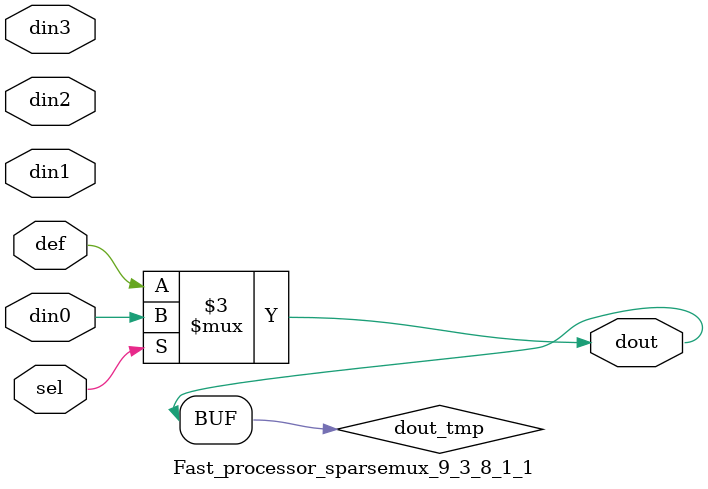
<source format=v>
`timescale 1ns / 1ps

module Fast_processor_sparsemux_9_3_8_1_1 (din0,din1,din2,din3,def,sel,dout);

parameter din0_WIDTH = 1;

parameter din1_WIDTH = 1;

parameter din2_WIDTH = 1;

parameter din3_WIDTH = 1;

parameter def_WIDTH = 1;
parameter sel_WIDTH = 1;
parameter dout_WIDTH = 1;

parameter [sel_WIDTH-1:0] CASE0 = 1;

parameter [sel_WIDTH-1:0] CASE1 = 1;

parameter [sel_WIDTH-1:0] CASE2 = 1;

parameter [sel_WIDTH-1:0] CASE3 = 1;

parameter ID = 1;
parameter NUM_STAGE = 1;



input [din0_WIDTH-1:0] din0;

input [din1_WIDTH-1:0] din1;

input [din2_WIDTH-1:0] din2;

input [din3_WIDTH-1:0] din3;

input [def_WIDTH-1:0] def;
input [sel_WIDTH-1:0] sel;

output [dout_WIDTH-1:0] dout;



reg [dout_WIDTH-1:0] dout_tmp;

always @ (*) begin
case (sel)
    
    CASE0 : dout_tmp = din0;
    
    CASE1 : dout_tmp = din1;
    
    CASE2 : dout_tmp = din2;
    
    CASE3 : dout_tmp = din3;
    
    default : dout_tmp = def;
endcase
end


assign dout = dout_tmp;



endmodule

</source>
